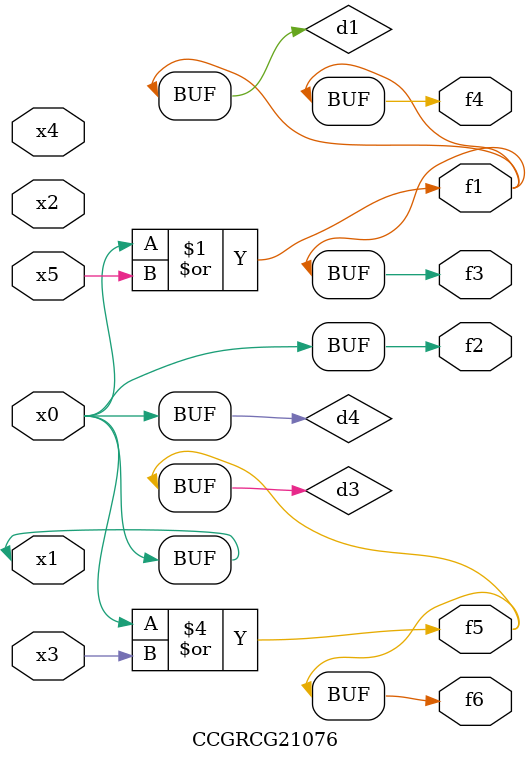
<source format=v>
module CCGRCG21076(
	input x0, x1, x2, x3, x4, x5,
	output f1, f2, f3, f4, f5, f6
);

	wire d1, d2, d3, d4;

	or (d1, x0, x5);
	xnor (d2, x1, x4);
	or (d3, x0, x3);
	buf (d4, x0, x1);
	assign f1 = d1;
	assign f2 = d4;
	assign f3 = d1;
	assign f4 = d1;
	assign f5 = d3;
	assign f6 = d3;
endmodule

</source>
